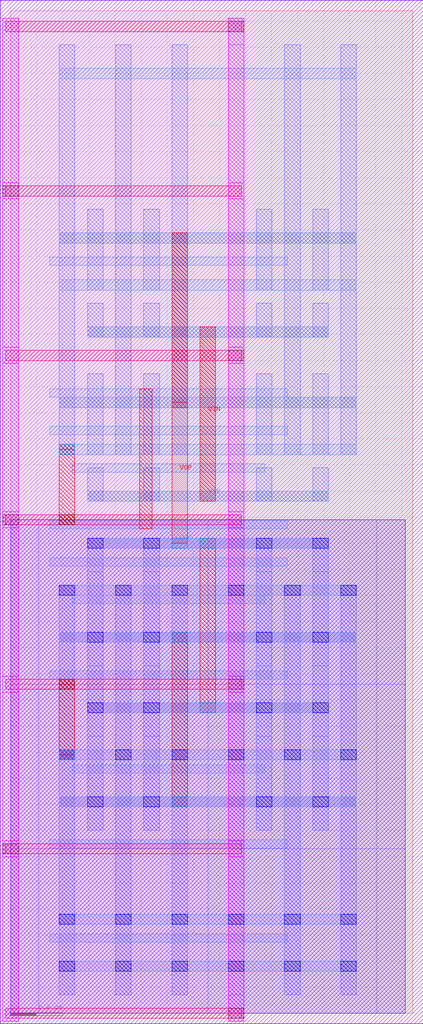
<source format=lef>
MACRO CKT_OBS_LEF
  ORIGIN 0 0 ;
  FOREIGN CKT_OBS_LEF 0 0 ;
  SIZE 1.542 BY 3.84 ;
  PIN VOP
    DIRECTION INOUT ;
    USE SIGNAL ;
    PORT 
      LAYER M2 ;
        RECT 0.294 1.15 1.218 1.19 ;
      LAYER M2 ;
        RECT 0.186 0.79 1.326 0.83 ;
      LAYER M2 ;
        RECT 0.294 1.78 1.218 1.82 ;
      LAYER M2 ;
        RECT 0.186 1.42 1.326 1.46 ;
      LAYER M2 ;
        RECT 0.186 2.95 1.326 2.99 ;
      LAYER M2 ;
        RECT 0.186 2.32 1.326 2.36 ;
      LAYER M3 ;
        RECT 0.618 2.32 0.678 2.99 ;
      LAYER M2 ;
        RECT 0.618 1.78 0.678 1.82 ;
      LAYER M3 ;
        RECT 0.618 1.8 0.678 2.34 ;
    END
  END VOP
  PIN VIN
    DIRECTION INOUT ;
    USE SIGNAL ;
    PORT 
      LAYER M2 ;
        RECT 0.294 2.59 1.218 2.63 ;
      LAYER M2 ;
        RECT 0.294 1.96 1.218 2 ;
      LAYER M3 ;
        RECT 0.726 1.96 0.786 2.63 ;
    END
  END VIN
  OBS 
  LAYER M1 ;
        RECT 0.186 0.07 0.246 1.64 ;
  LAYER M1 ;
        RECT 0.402 0.07 0.462 1.64 ;
  LAYER M1 ;
        RECT 0.618 0.07 0.678 1.64 ;
  LAYER M1 ;
        RECT 0.834 0.07 0.894 1.64 ;
  LAYER M1 ;
        RECT 1.05 0.07 1.11 1.64 ;
  LAYER M1 ;
        RECT 1.266 0.07 1.326 1.64 ;
  LAYER M1 ;
        RECT 0.294 0.7 0.354 1.82 ;
  LAYER M1 ;
        RECT 0.51 0.7 0.57 1.82 ;
  LAYER M1 ;
        RECT 0.942 0.7 1.002 1.82 ;
  LAYER M1 ;
        RECT 1.158 0.7 1.218 1.82 ;
  LAYER M2 ;
        RECT 0.294 1.15 1.218 1.19 ;
  LAYER M2 ;
        RECT 0.186 0.79 1.326 0.83 ;
  LAYER M2 ;
        RECT 0.294 1.78 1.218 1.82 ;
  LAYER M2 ;
        RECT 0.186 1.42 1.326 1.46 ;
  LAYER M2 ;
        RECT 0.186 0.34 1.326 0.38 ;
  LAYER M2 ;
        RECT 0.186 0.97 1.326 1.01 ;
  LAYER M2 ;
        RECT 0.186 1.6 1.326 1.64 ;
  LAYER M1 ;
        RECT 0.186 2.14 0.246 3.71 ;
  LAYER M1 ;
        RECT 0.402 2.14 0.462 3.71 ;
  LAYER M1 ;
        RECT 0.618 2.14 0.678 3.71 ;
  LAYER M1 ;
        RECT 0.834 2.14 0.894 3.71 ;
  LAYER M1 ;
        RECT 1.05 2.14 1.11 3.71 ;
  LAYER M1 ;
        RECT 1.266 2.14 1.326 3.71 ;
  LAYER M1 ;
        RECT 0.294 2.77 0.354 3.08 ;
  LAYER M1 ;
        RECT 0.294 2.59 0.354 2.72 ;
  LAYER M1 ;
        RECT 0.294 2.14 0.354 2.45 ;
  LAYER M1 ;
        RECT 0.294 1.96 0.354 2.09 ;
  LAYER M1 ;
        RECT 0.51 2.77 0.57 3.08 ;
  LAYER M1 ;
        RECT 0.51 2.59 0.57 2.72 ;
  LAYER M1 ;
        RECT 0.51 2.14 0.57 2.45 ;
  LAYER M1 ;
        RECT 0.51 1.96 0.57 2.09 ;
  LAYER M1 ;
        RECT 0.942 2.77 1.002 3.08 ;
  LAYER M1 ;
        RECT 0.942 2.59 1.002 2.72 ;
  LAYER M1 ;
        RECT 0.942 2.14 1.002 2.45 ;
  LAYER M1 ;
        RECT 0.942 1.96 1.002 2.09 ;
  LAYER M1 ;
        RECT 1.158 2.77 1.218 3.08 ;
  LAYER M1 ;
        RECT 1.158 2.59 1.218 2.72 ;
  LAYER M1 ;
        RECT 1.158 2.14 1.218 2.45 ;
  LAYER M1 ;
        RECT 1.158 1.96 1.218 2.09 ;
  LAYER M2 ;
        RECT 0.186 2.95 1.326 2.99 ;
  LAYER M2 ;
        RECT 0.186 2.32 1.326 2.36 ;
  LAYER M3 ;
        RECT 0.618 2.32 0.678 2.99 ;
  LAYER M2 ;
        RECT 0.294 2.59 1.218 2.63 ;
  LAYER M2 ;
        RECT 0.294 1.96 1.218 2 ;
  LAYER M3 ;
        RECT 0.726 1.96 0.786 2.63 ;
  LAYER M2 ;
        RECT 0.186 3.58 1.326 3.62 ;
  LAYER M2 ;
        RECT 0.186 2.77 1.326 2.81 ;
  LAYER M2 ;
        RECT 0.186 2.14 1.326 2.18 ;
  END 
  OBS
    LAYER Poly ;
      RECT 0 0 1.512 1.89 ;
    LAYER Poly ;
      RECT -0.0399 -0.0399 1.5818 3.8798 ;
    LAYER Boundary ;
      RECT 0 0 0.108 0.63 ;
    LAYER Boundary ;
      RECT 0.108 0 0.756 0.63 ;
    LAYER Boundary ;
      RECT 0.756 0 1.404 0.63 ;
    LAYER Boundary ;
      RECT 1.404 0 1.512 0.63 ;
    LAYER Boundary ;
      RECT 0 0.63 0.108 1.26 ;
    LAYER Boundary ;
      RECT 0.108 0.63 0.756 1.26 ;
    LAYER Boundary ;
      RECT 0.756 0.63 1.404 1.26 ;
    LAYER Boundary ;
      RECT 1.404 0.63 1.512 1.26 ;
    LAYER Boundary ;
      RECT 0 1.26 0.108 1.89 ;
    LAYER Boundary ;
      RECT 0.108 1.26 0.756 1.89 ;
    LAYER Boundary ;
      RECT 0.756 1.26 1.404 1.89 ;
    LAYER Boundary ;
      RECT 1.404 1.26 1.512 1.89 ;
    LAYER Boundary ;
      RECT 0 0 0.108 0.63 ;
    LAYER Boundary ;
      RECT 0.108 0 0.756 0.63 ;
    LAYER Boundary ;
      RECT 0.756 0 1.404 0.63 ;
    LAYER Boundary ;
      RECT 1.404 0 1.512 0.63 ;
    LAYER Boundary ;
      RECT 0 0.63 0.108 1.26 ;
    LAYER Boundary ;
      RECT 0.108 0.63 0.756 1.26 ;
    LAYER Boundary ;
      RECT 0.756 0.63 1.404 1.26 ;
    LAYER Boundary ;
      RECT 1.404 0.63 1.512 1.26 ;
    LAYER Boundary ;
      RECT 0 1.26 0.108 1.89 ;
    LAYER Boundary ;
      RECT 0.108 1.26 0.756 1.89 ;
    LAYER Boundary ;
      RECT 0.756 1.26 1.404 1.89 ;
    LAYER Boundary ;
      RECT 1.404 1.26 1.512 1.89 ;
    LAYER M1 ;
      RECT 0.186 0.07 0.246 1.64 ;
    LAYER M1 ;
      RECT 0.402 0.07 0.462 1.64 ;
    LAYER M1 ;
      RECT 0.618 0.07 0.678 1.64 ;
    LAYER M1 ;
      RECT 0.834 0.07 0.894 1.64 ;
    LAYER M1 ;
      RECT 1.05 0.07 1.11 1.64 ;
    LAYER M1 ;
      RECT 1.266 0.07 1.326 1.64 ;
    LAYER M1 ;
      RECT 0.294 0.7 0.354 1.82 ;
    LAYER M1 ;
      RECT 0.51 0.7 0.57 1.82 ;
    LAYER M1 ;
      RECT 0.942 0.7 1.002 1.82 ;
    LAYER M1 ;
      RECT 1.158 0.7 1.218 1.82 ;
    LAYER M1 ;
      RECT 0.186 0.07 0.246 1.64 ;
    LAYER M1 ;
      RECT 0.402 0.07 0.462 1.64 ;
    LAYER M1 ;
      RECT 0.618 0.07 0.678 1.64 ;
    LAYER M1 ;
      RECT 0.834 0.07 0.894 1.64 ;
    LAYER M1 ;
      RECT 1.05 0.07 1.11 1.64 ;
    LAYER M1 ;
      RECT 1.266 0.07 1.326 1.64 ;
    LAYER M1 ;
      RECT 0.294 0.7 0.354 1.01 ;
    LAYER M1 ;
      RECT 0.294 1.06 0.354 1.19 ;
    LAYER M1 ;
      RECT 0.294 1.33 0.354 1.64 ;
    LAYER M1 ;
      RECT 0.294 1.69 0.354 1.82 ;
    LAYER M1 ;
      RECT 0.51 0.7 0.57 1.01 ;
    LAYER M1 ;
      RECT 0.51 1.06 0.57 1.19 ;
    LAYER M1 ;
      RECT 0.51 1.33 0.57 1.64 ;
    LAYER M1 ;
      RECT 0.51 1.69 0.57 1.82 ;
    LAYER M1 ;
      RECT 0.942 0.7 1.002 1.01 ;
    LAYER M1 ;
      RECT 0.942 1.06 1.002 1.19 ;
    LAYER M1 ;
      RECT 0.942 1.33 1.002 1.64 ;
    LAYER M1 ;
      RECT 0.942 1.69 1.002 1.82 ;
    LAYER M1 ;
      RECT 1.158 0.7 1.218 1.01 ;
    LAYER M1 ;
      RECT 1.158 1.06 1.218 1.19 ;
    LAYER M1 ;
      RECT 1.158 1.33 1.218 1.64 ;
    LAYER M1 ;
      RECT 1.158 1.69 1.218 1.82 ;
    LAYER M2 ;
      RECT 0.186 0.34 1.326 0.38 ;
    LAYER M2 ;
      RECT 0.186 0.97 1.326 1.01 ;
    LAYER M2 ;
      RECT 0.186 1.6 1.326 1.64 ;
    LAYER M2 ;
      RECT 0.186 0.16 1.326 0.2 ;
    LAYER M2 ;
      RECT 0.186 0.97 1.326 1.01 ;
    LAYER M2 ;
      RECT 0.186 1.6 1.326 1.64 ;
    LAYER M2 ;
      RECT 0.2352 0.92 0.9744 0.952 ;
    LAYER M2 ;
      RECT 0.2352 2.072 0.9744 2.104 ;
    LAYER M2 ;
      RECT 0.2352 0.92 0.9744 0.952 ;
    LAYER M2 ;
      RECT 0.1488 0.632 1.0608 0.664 ;
    LAYER M2 ;
      RECT 0.1488 0.272 1.0608 0.304 ;
    LAYER M2 ;
      RECT 0.1488 1.28 1.0608 1.312 ;
    LAYER M2 ;
      RECT 0.1488 2.36 1.0608 2.392 ;
    LAYER M2 ;
      RECT 0.1488 1.856 1.0608 1.888 ;
    LAYER M2 ;
      RECT 0.2352 2.072 0.9744 2.104 ;
    LAYER M2 ;
      RECT 0.2352 1.568 0.9744 1.6 ;
    LAYER M2 ;
      RECT 0.1488 2.864 1.0608 2.896 ;
    LAYER M2 ;
      RECT 0.1488 2.216 1.0608 2.248 ;
    LAYER M2 ;
      RECT 0.1488 1.712 1.0608 1.744 ;
    LAYER M2 ;
      RECT 0.1859 2.1399 0.2459 2.1799 ;
    LAYER M2 ;
      RECT 0.1859 2.1399 0.2459 2.1799 ;
    LAYER M2 ;
      RECT 0.1859 0.9699 0.2459 1.0099 ;
    LAYER M2 ;
      RECT 0.1859 0.9699 0.2459 1.0099 ;
    LAYER V1 ;
      RECT 0.186 0.34 0.246 0.38 ;
    LAYER V1 ;
      RECT 0.186 0.97 0.246 1.01 ;
    LAYER V1 ;
      RECT 0.186 1.6 0.246 1.64 ;
    LAYER V1 ;
      RECT 0.402 0.34 0.462 0.38 ;
    LAYER V1 ;
      RECT 0.402 0.97 0.462 1.01 ;
    LAYER V1 ;
      RECT 0.402 1.6 0.462 1.64 ;
    LAYER V1 ;
      RECT 0.618 0.34 0.678 0.38 ;
    LAYER V1 ;
      RECT 0.618 0.97 0.678 1.01 ;
    LAYER V1 ;
      RECT 0.618 1.6 0.678 1.64 ;
    LAYER V1 ;
      RECT 0.834 0.34 0.894 0.38 ;
    LAYER V1 ;
      RECT 0.834 0.97 0.894 1.01 ;
    LAYER V1 ;
      RECT 0.834 1.6 0.894 1.64 ;
    LAYER V1 ;
      RECT 1.05 0.34 1.11 0.38 ;
    LAYER V1 ;
      RECT 1.05 0.97 1.11 1.01 ;
    LAYER V1 ;
      RECT 1.05 1.6 1.11 1.64 ;
    LAYER V1 ;
      RECT 1.266 0.34 1.326 0.38 ;
    LAYER V1 ;
      RECT 1.266 0.97 1.326 1.01 ;
    LAYER V1 ;
      RECT 1.266 1.6 1.326 1.64 ;
    LAYER V1 ;
      RECT 0.294 0.79 0.354 0.83 ;
    LAYER V1 ;
      RECT 0.294 1.15 0.354 1.19 ;
    LAYER V1 ;
      RECT 0.294 1.42 0.354 1.46 ;
    LAYER V1 ;
      RECT 0.294 1.78 0.354 1.82 ;
    LAYER V1 ;
      RECT 0.51 0.79 0.57 0.83 ;
    LAYER V1 ;
      RECT 0.51 1.15 0.57 1.19 ;
    LAYER V1 ;
      RECT 0.51 1.42 0.57 1.46 ;
    LAYER V1 ;
      RECT 0.51 1.78 0.57 1.82 ;
    LAYER V1 ;
      RECT 0.942 0.79 1.002 0.83 ;
    LAYER V1 ;
      RECT 0.942 1.15 1.002 1.19 ;
    LAYER V1 ;
      RECT 0.942 1.42 1.002 1.46 ;
    LAYER V1 ;
      RECT 0.942 1.78 1.002 1.82 ;
    LAYER V1 ;
      RECT 1.158 0.79 1.218 0.83 ;
    LAYER V1 ;
      RECT 1.158 1.15 1.218 1.19 ;
    LAYER V1 ;
      RECT 1.158 1.42 1.218 1.46 ;
    LAYER V1 ;
      RECT 1.158 1.78 1.218 1.82 ;
    LAYER V1 ;
      RECT 0.186 0.16 0.246 0.2 ;
    LAYER V1 ;
      RECT 0.186 0.97 0.246 1.01 ;
    LAYER V1 ;
      RECT 0.186 1.6 0.246 1.64 ;
    LAYER V1 ;
      RECT 0.402 0.16 0.462 0.2 ;
    LAYER V1 ;
      RECT 0.402 0.97 0.462 1.01 ;
    LAYER V1 ;
      RECT 0.402 1.6 0.462 1.64 ;
    LAYER V1 ;
      RECT 0.618 0.16 0.678 0.2 ;
    LAYER V1 ;
      RECT 0.618 0.97 0.678 1.01 ;
    LAYER V1 ;
      RECT 0.618 1.6 0.678 1.64 ;
    LAYER V1 ;
      RECT 0.834 0.16 0.894 0.2 ;
    LAYER V1 ;
      RECT 0.834 0.97 0.894 1.01 ;
    LAYER V1 ;
      RECT 0.834 1.6 0.894 1.64 ;
    LAYER V1 ;
      RECT 1.05 0.16 1.11 0.2 ;
    LAYER V1 ;
      RECT 1.05 0.97 1.11 1.01 ;
    LAYER V1 ;
      RECT 1.05 1.6 1.11 1.64 ;
    LAYER V1 ;
      RECT 1.266 0.16 1.326 0.2 ;
    LAYER V1 ;
      RECT 1.266 0.97 1.326 1.01 ;
    LAYER V1 ;
      RECT 1.266 1.6 1.326 1.64 ;
    LAYER V1 ;
      RECT 0.294 0.79 0.354 0.83 ;
    LAYER V1 ;
      RECT 0.294 1.15 0.354 1.19 ;
    LAYER V1 ;
      RECT 0.294 1.42 0.354 1.46 ;
    LAYER V1 ;
      RECT 0.294 1.78 0.354 1.82 ;
    LAYER V1 ;
      RECT 0.51 0.79 0.57 0.83 ;
    LAYER V1 ;
      RECT 0.51 1.15 0.57 1.19 ;
    LAYER V1 ;
      RECT 0.51 1.42 0.57 1.46 ;
    LAYER V1 ;
      RECT 0.51 1.78 0.57 1.82 ;
    LAYER V1 ;
      RECT 0.942 0.79 1.002 0.83 ;
    LAYER V1 ;
      RECT 0.942 1.15 1.002 1.19 ;
    LAYER V1 ;
      RECT 0.942 1.42 1.002 1.46 ;
    LAYER V1 ;
      RECT 0.942 1.78 1.002 1.82 ;
    LAYER V1 ;
      RECT 1.158 0.79 1.218 0.83 ;
    LAYER V1 ;
      RECT 1.158 1.15 1.218 1.19 ;
    LAYER V1 ;
      RECT 1.158 1.42 1.218 1.46 ;
    LAYER V1 ;
      RECT 1.158 1.78 1.218 1.82 ;
    LAYER Bbox ;
      RECT 0 0 1.512 1.89 ;
    LAYER Bbox ;
      RECT 0 0 1.512 1.89 ;
    LAYER M3 ;
      RECT 0.618 0.79 0.678 1.46 ;
    LAYER M3 ;
      RECT 0.726 1.15 0.786 1.82 ;
    LAYER M3 ;
      RECT 0.4944 1.856 0.5424 2.392 ;
    LAYER M3 ;
      RECT 0.1859 1.8899 0.2459 2.1599 ;
    LAYER M3 ;
      RECT 0.1859 2.1399 0.2459 2.1799 ;
    LAYER M3 ;
      RECT 0.1859 1.8699 0.2459 1.9099 ;
    LAYER M3 ;
      RECT 0.1859 2.1399 0.2459 2.1799 ;
    LAYER M3 ;
      RECT 0.1859 1.8699 0.2459 1.9099 ;
    LAYER M3 ;
      RECT 0.1859 0.9899 0.2459 1.2599 ;
    LAYER M3 ;
      RECT 0.1859 0.9699 0.2459 1.0099 ;
    LAYER M3 ;
      RECT 0.1859 1.2399 0.2459 1.2799 ;
    LAYER M3 ;
      RECT 0.1859 0.9699 0.2459 1.0099 ;
    LAYER M3 ;
      RECT 0.1859 1.2399 0.2459 1.2799 ;
    LAYER V2 ;
      RECT 0.726 1.15 0.786 1.19 ;
    LAYER V2 ;
      RECT 0.726 1.78 0.786 1.82 ;
    LAYER V2 ;
      RECT 0.618 0.79 0.678 0.83 ;
    LAYER V2 ;
      RECT 0.618 1.42 0.678 1.46 ;
    LAYER V2 ;
      RECT 0.6179 1.7799 0.6779 1.8199 ;
    LAYER V2 ;
      RECT 0.6179 1.7799 0.6779 1.8199 ;
    LAYER V2 ;
      RECT 0.1859 2.1399 0.2459 2.1799 ;
    LAYER V2 ;
      RECT 0.1859 2.1399 0.2459 2.1799 ;
    LAYER V2 ;
      RECT 0.1859 0.9699 0.2459 1.0099 ;
    LAYER V2 ;
      RECT 0.1859 0.9699 0.2459 1.0099 ;
    LAYER V3 ;
      RECT 0.1859 1.8699 0.2459 1.9099 ;
    LAYER V3 ;
      RECT 0.1859 1.8699 0.2459 1.9099 ;
    LAYER V3 ;
      RECT 0.1859 1.2399 0.2459 1.2799 ;
    LAYER V3 ;
      RECT 0.1859 1.2399 0.2459 1.2799 ;
    LAYER M4 ;
      RECT 0.1859 1.8699 0.2459 1.9099 ;
    LAYER M4 ;
      RECT 0.1859 1.8699 0.2459 1.9099 ;
    LAYER M4 ;
      RECT 0.1859 1.2399 0.2459 1.2799 ;
    LAYER M4 ;
      RECT 0.1859 1.2399 0.2459 1.2799 ;
    LAYER M4 ;
      RECT -0.0199 -0.0199 0.8839 0.0199 ;
    LAYER M4 ;
      RECT -0.0199 1.2399 0.8839 1.2799 ;
    LAYER M4 ;
      RECT -0.0199 2.4999 0.8839 2.5399 ;
    LAYER M4 ;
      RECT -0.0199 3.7599 0.8839 3.7999 ;
    LAYER M4 ;
      RECT 0.8339 -0.0199 0.8939 0.0199 ;
    LAYER M4 ;
      RECT 0.8339 1.2399 0.8939 1.2799 ;
    LAYER M4 ;
      RECT 0.8339 2.4999 0.8939 2.5399 ;
    LAYER M4 ;
      RECT 0.8339 3.7599 0.8939 3.7999 ;
    LAYER M4 ;
      RECT -0.0199 0.6099 0.8839 0.6499 ;
    LAYER M4 ;
      RECT -0.0199 1.8699 0.8839 1.9099 ;
    LAYER M4 ;
      RECT -0.0199 3.1299 0.8839 3.1699 ;
    LAYER M4 ;
      RECT -0.0299 0.6099 0.0299 0.6499 ;
    LAYER M4 ;
      RECT -0.0299 1.8699 0.0299 1.9099 ;
    LAYER M4 ;
      RECT -0.0299 3.1299 0.0299 3.1699 ;
    LAYER M5 ;
      RECT 0.8339 -0.0299 0.8939 0.6599 ;
    LAYER M5 ;
      RECT 0.8339 0.5999 0.8939 1.2899 ;
    LAYER M5 ;
      RECT 0.8339 1.2299 0.8939 1.9199 ;
    LAYER M5 ;
      RECT 0.8339 1.8599 0.8939 2.5499 ;
    LAYER M5 ;
      RECT 0.8339 2.4899 0.8939 3.1799 ;
    LAYER M5 ;
      RECT 0.8339 3.1199 0.8939 3.8099 ;
    LAYER M5 ;
      RECT 0.8339 -0.0199 0.8939 0.0199 ;
    LAYER M5 ;
      RECT 0.8339 1.2399 0.8939 1.2799 ;
    LAYER M5 ;
      RECT 0.8339 2.4999 0.8939 2.5399 ;
    LAYER M5 ;
      RECT 0.8339 3.7599 0.8939 3.7999 ;
    LAYER M5 ;
      RECT -0.0299 -0.0299 0.0299 0.6599 ;
    LAYER M5 ;
      RECT -0.0299 0.5999 0.0299 1.2899 ;
    LAYER M5 ;
      RECT -0.0299 1.2299 0.0299 1.9199 ;
    LAYER M5 ;
      RECT -0.0299 1.8599 0.0299 2.5499 ;
    LAYER M5 ;
      RECT -0.0299 2.4899 0.0299 3.1799 ;
    LAYER M5 ;
      RECT -0.0299 3.1199 0.0299 3.8099 ;
    LAYER M5 ;
      RECT -0.0299 0.6099 0.0299 0.6499 ;
    LAYER M5 ;
      RECT -0.0299 1.8699 0.0299 1.9099 ;
    LAYER M5 ;
      RECT -0.0299 3.1299 0.0299 3.1699 ;
    LAYER V4 ;
      RECT 0.8339 -0.0199 0.8939 0.0199 ;
    LAYER V4 ;
      RECT 0.8339 1.2399 0.8939 1.2799 ;
    LAYER V4 ;
      RECT 0.8339 2.4999 0.8939 2.5399 ;
    LAYER V4 ;
      RECT 0.8339 3.7599 0.8939 3.7999 ;
    LAYER V4 ;
      RECT -0.0299 0.6099 0.0299 0.6499 ;
    LAYER V4 ;
      RECT -0.0299 1.8699 0.0299 1.9099 ;
    LAYER V4 ;
      RECT -0.0299 3.1299 0.0299 3.1699 ;
  END
END CKT_OBS_LEF

</source>
